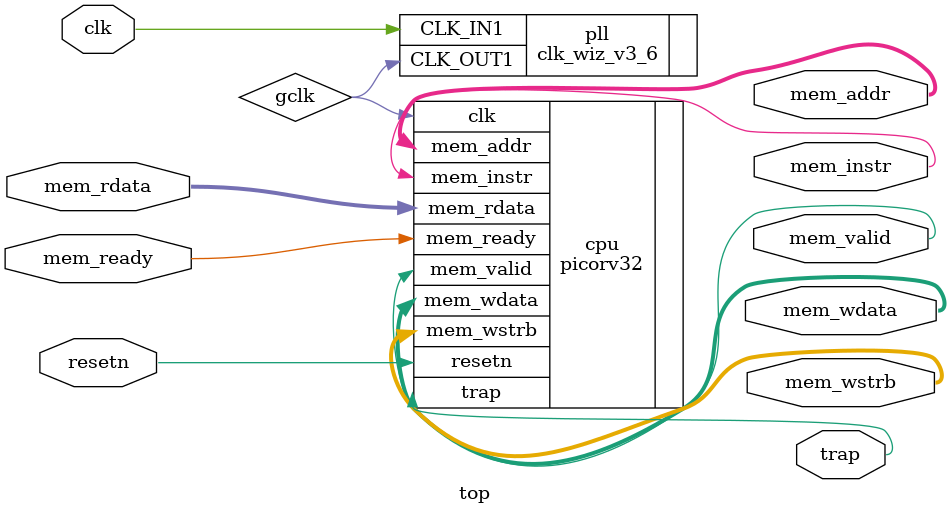
<source format=v>
module top (
	input clk, resetn,
	output trap,

	output        mem_valid,
	output        mem_instr,
	input         mem_ready,

	output [31:0] mem_addr,
	output [31:0] mem_wdata,
	output [ 3:0] mem_wstrb,
	input  [31:0] mem_rdata
);

    clk_wiz_v3_6 pll(.CLK_IN1(clk), .CLK_OUT1(gclk));

    picorv32 #(
        .ENABLE_COUNTERS(0),
        .TWO_STAGE_SHIFT(0),
        .CATCH_MISALIGN(0),
        .CATCH_ILLINSN(0)
    ) cpu (
        .clk      (gclk     ),
        .resetn   (resetn   ),
        .trap     (trap     ),
        .mem_valid(mem_valid),
        .mem_instr(mem_instr),
        .mem_ready(mem_ready),
        .mem_addr (mem_addr ),
        .mem_wdata(mem_wdata),
        .mem_wstrb(mem_wstrb),
        .mem_rdata(mem_rdata)
    );
endmodule

</source>
